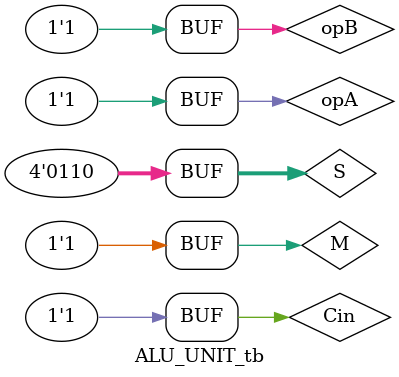
<source format=v>
`timescale 1ns  / 10 ps

module ALU_UNIT ( input wire 		opA	, 	//???A
					opB 	, 	//???B
		   input wire 	[3 : 0] S 	, 	//????????
		   input wire 		M 	, 	//????????
			      		Cin 	, 	//??????
		   output reg 		DO 	, 	//????
		   output reg 		C 		//????
);
	wire	item0, item1, item2, item3;
	reg	p, g;
	

	assign	item0	= ~opA & ~opB;
	assign	item1	= ~opA &  opB;
	assign	item2	=  opA & ~opB;
	assign	item3	=  opA &  opB;

always@(*)
begin
	p 	= ~((S[3] & item3) | (S[2] & item2) | (S[1] & item1) | (S[0] & item0));
	g	= (S[3] & item3) | (S[2] & item2) | ~M;
	DO	= p ^ Cin;
	C	= g | (p & Cin);
end

endmodule


//	Test 1 bit
module ALU_UNIT_tb ();

	reg		opA,opB,M,Cin;
	wire		DO,C;
	reg 	[3 : 0]	S;


initial	begin:	S_TB
		opA	= 1'b1;
		opB	= 1'b0;
		M	= 1'b0;
		Cin	= 1'b1;
		S	= 4'b0000;
	#10	S	= 4'b0001;
	#10	S	= 4'b0010;
	#10	S	= 4'b0011;
	#10	S	= 4'b0100;
	#10	S	= 4'b0101;
	#10	S	= 4'b0110;
	#10	S	= 4'b0111;
	#10	S	= 4'b1000;
	#10	S	= 4'b1001;
	#10	S	= 4'b1010;
	#10	S	= 4'b1011;
	#10	S	= 4'b1100;
	#10	S	= 4'b1101;
	#10	S	= 4'b1110;
	#10	S	= 4'b1111;


	#20	opA	= 1'b1;
		opB	= 1'b1;
		M	= 1'b1;
		Cin	= 1'b0;
		S	= 4'b1001;

	#20	Cin	= 1'b1;
		S	= 4'b0110;
	
	end

ALU_UNIT U1 (opA,opB,S,M,Cin,DO,C);

endmodule

</source>
